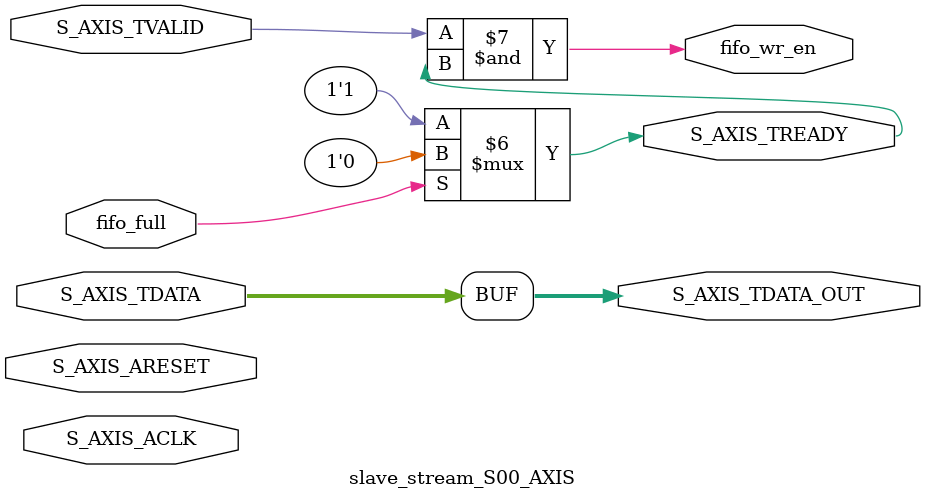
<source format=v>
`timescale 1 ns / 1 ps
module slave_stream_S00_AXIS #
(
    // AXI4Stream sink: Data Width
    parameter integer C_S_AXIS_TDATA_WIDTH	= 32
)
(
    // AXI4Stream sink: Clock
    input wire  S_AXIS_ACLK,
    // AXI4Stream sink: Reset
    input wire  S_AXIS_ARESET,
    // Ready to accept data in
    output reg  S_AXIS_TREADY,
    // Data in
    input wire [C_S_AXIS_TDATA_WIDTH-1 : 0] S_AXIS_TDATA,
    // Data is in valid
    input wire  S_AXIS_TVALID,

    //other
    output wire [C_S_AXIS_TDATA_WIDTH-1 : 0] S_AXIS_TDATA_OUT,
    output reg fifo_wr_en,
    input wire fifo_full
);


// states IDLE, BUSY
localparam IDLE = 1'b0, BUSY = 1'b1;

reg current_state, next_state;

assign S_AXIS_TDATA_OUT = S_AXIS_TDATA; 

//STATE TRANSITION LOGIC
always @ (*) begin
    next_state = fifo_full ? IDLE : (S_AXIS_TVALID ? BUSY : IDLE);
end

always @ (posedge S_AXIS_ACLK) begin
    if (S_AXIS_ARESET) begin
        current_state <= IDLE;
    end
    else begin
        current_state <= next_state;
    end
end

//OUTPUT LOGIC
always @ (*) begin
    S_AXIS_TREADY = fifo_full ? 1'b0 : 1'b1;
    fifo_wr_en = (S_AXIS_TVALID & S_AXIS_TREADY);
end

endmodule

</source>
